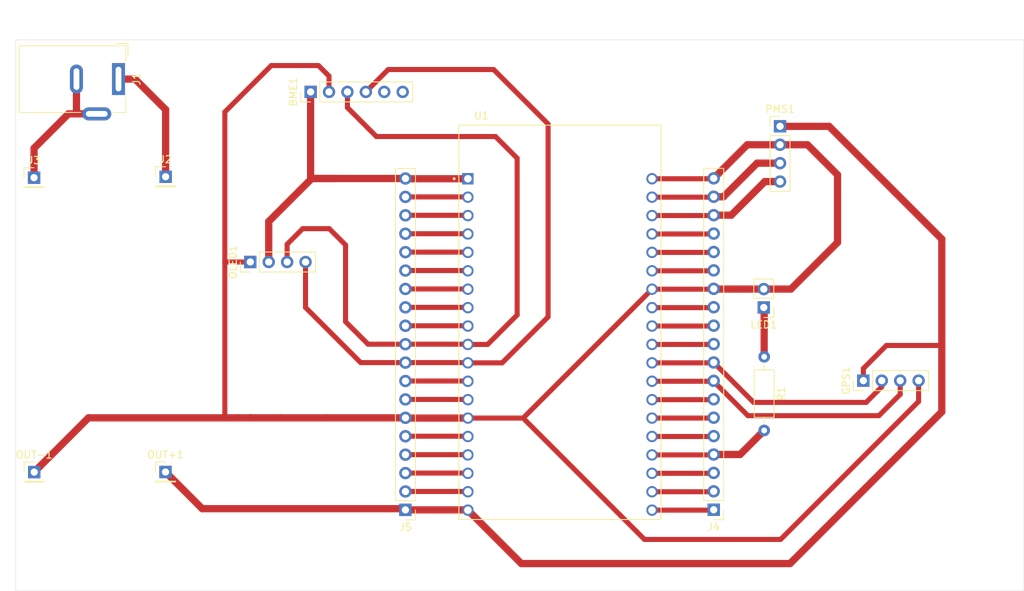
<source format=kicad_pcb>
(kicad_pcb (version 20241229) (generator "pcbnew") (generator_version "9.0")
  (layers (0 "F.Cu" signal) (2 "B.Cu" signal) (13 "F.Paste" user) (15 "B.Paste" user) (5 "F.SilkS" user "F.Silkscreen") (7 "B.SilkS" user "B.Silkscreen") (1 "F.Mask" user) (3 "B.Mask" user) (25 "Edge.Cuts" user))
  (net 0 "")
  (net 1 "SCK")
  (net 2 "SDA")
  (net 3 "PMS_TX")
  (net 4 "PMS_RX")
  (net 5 "GPS_TX")
  (net 6 "Net-(J3-Pin_1)")
  (net 7 "GPS_RX")
  (net 8 "Net-(BME1-VCC_3.3V)")
  (net 11 "Net-(GPS1-VCC_5V)")
  (net 12 "Net-(J2-Pin_1)")
  (net 13 "Net-(J4-Pin_10)")
  (net 14 "Net-(J4-Pin_2)")
  (net 15 "Net-(J4-Pin_16)")
  (net 16 "Net-(J4-Pin_3)")
  (net 17 "Net-(J4-Pin_6)")
  (net 18 "Net-(J4-Pin_12)")
  (net 19 "Net-(J4-Pin_7)")
  (net 20 "Net-(J4-Pin_1)")
  (net 21 "Net-(J4-Pin_5)")
  (net 22 "Net-(J4-Pin_4)")
  (net 23 "Net-(J4-Pin_14)")
  (net 24 "Net-(J4-Pin_15)")
  (net 25 "Net-(J4-Pin_11)")
  (net 26 "Net-(J5-Pin_5)")
  (net 27 "Net-(J5-Pin_14)")
  (net 28 "Net-(J5-Pin_2)")
  (net 29 "Net-(J5-Pin_4)")
  (net 30 "Net-(J5-Pin_17)")
  (net 31 "Net-(J5-Pin_15)")
  (net 32 "Net-(J5-Pin_16)")
  (net 33 "Net-(J5-Pin_7)")
  (net 34 "Net-(J5-Pin_18)")
  (net 35 "Net-(J5-Pin_11)")
  (net 36 "Net-(J5-Pin_8)")
  (net 37 "Net-(J5-Pin_3)")
  (net 38 "GND")
  (net 39 "Net-(LED1-Pin_1)")
  (net 40 "Net-(J5-Pin_13)")
  (net 41 "Net-(J5-Pin_12)")
  (footprint "Connector_PinHeader_2.54mm:PinHeader_1x01_P2.54mm_Vertical" (layer "F.Cu") (at 63.665 88.675)
    (property "Reference" "J3" (at 0 -2.38 0) (layer "F.SilkS"))
    (property "Value" "IN-")
    (fp_line (start -1.38 -1.38) (end 0 -1.38) (stroke (width 0.12)) (layer "F.SilkS"))
    (fp_line (start -1.38 0) (end -1.38 -1.38) (stroke (width 0.12)) (layer "F.SilkS"))
    (fp_line (start -1.38 1.27) (end -1.38 1.38) (stroke (width 0.12)) (layer "F.SilkS"))
    (fp_line (start -1.38 1.27) (end 1.38 1.27) (stroke (width 0.12)) (layer "F.SilkS"))
    (fp_line (start -1.38 1.38) (end 1.38 1.38) (stroke (width 0.12)) (layer "F.SilkS"))
    (fp_line (start 1.38 1.27) (end 1.38 1.38) (stroke (width 0.12)) (layer "F.SilkS"))
    (pad "1" thru_hole rect (at 0 0) (size 1.7 1.7) (drill 1) (layers "*.Cu" "*.Mask") (net 6 "Net-(J3-Pin_1)"))
  )
  (footprint "Connector_BarrelJack:BarrelJack_Wuerth_6941xx301002" (layer "F.Cu") (at 75.315 75.075 -90)
    (property "Reference" "J1" (at 0 -2.5 90) (layer "F.SilkS"))
    (property "Value" "Barrel_Jack_Switch_Pin3Ring")
    (fp_line (start -4.6 13.7) (end -4.6 -1) (stroke (width 0.12)) (layer "F.SilkS"))
    (fp_line (start 4.6 13.7) (end -4.6 13.7) (stroke (width 0.12)) (layer "F.SilkS"))
    (fp_line (start 4.6 5.2) (end 4.6 13.7) (stroke (width 0.12)) (layer "F.SilkS"))
    (fp_line (start -4.6 -1) (end -2.5 -1) (stroke (width 0.12)) (layer "F.SilkS"))
    (fp_line (start 2.5 -1) (end 4.6 -1) (stroke (width 0.12)) (layer "F.SilkS"))
    (fp_line (start 4.6 -1) (end 4.6 0.8) (stroke (width 0.12)) (layer "F.SilkS"))
    (fp_line (start -4.9 -1.3) (end -4.9 0.3) (stroke (width 0.12)) (layer "F.SilkS"))
    (fp_line (start -3.2 -1.3) (end -4.9 -1.3) (stroke (width 0.12)) (layer "F.SilkS"))
    (pad "1" thru_hole rect (at 0 0 270) (size 4.4 1.8) (drill oval 3.4 0.8) (layers "*.Cu" "*.Mask") (net 12 "Net-(J2-Pin_1)"))
    (pad "2" thru_hole oval (at 0 5.8 270) (size 4 1.8) (drill oval 3 0.8) (layers "*.Cu" "*.Mask") (net 6 "Net-(J3-Pin_1)"))
    (pad "3" thru_hole oval (at 4.8 3) (size 4 1.8) (drill oval 3 0.8) (layers "*.Cu" "*.Mask") (net 6 "Net-(J3-Pin_1)"))
  )
  (footprint "ESP32_38pins:MODULE_ESP32-DEVKITC-32D" (layer "F.Cu") (at 136.22 108.585)
    (property "Reference" "U1" (at -10.829175 -28.446045 0) (layer "F.SilkS") (effects (font (size 1.000386 1.000386))))
    (property "Value" "ESP32-DEVKITC-32D")
    (fp_line (start -13.95 -27.15) (end 13.95 -27.15) (stroke (width 0.127)) (layer "F.SilkS"))
    (fp_line (start -13.95 27.25) (end -13.95 -27.15) (stroke (width 0.127)) (layer "F.SilkS"))
    (fp_line (start 13.95 -27.15) (end 13.95 27.25) (stroke (width 0.127)) (layer "F.SilkS"))
    (fp_line (start 13.95 27.25) (end -13.95 27.25) (stroke (width 0.127)) (layer "F.SilkS"))
    (fp_circle (center -14.6 -19.76) (end -14.5 -19.76) (stroke (width 0.2)) (fill no) (layer "F.SilkS"))
    (pad "J2-1" thru_hole rect (at -12.7 -19.76) (size 1.56 1.56) (drill 1.04) (layers "*.Cu" "*.Mask") (net 8 "Net-(BME1-VCC_3.3V)"))
    (pad "J2-2" thru_hole circle (at -12.7 -17.22) (size 1.56 1.56) (drill 1.04) (layers "*.Cu" "*.Mask") (net 34 "Net-(J5-Pin_18)"))
    (pad "J2-3" thru_hole circle (at -12.7 -14.68) (size 1.56 1.56) (drill 1.04) (layers "*.Cu" "*.Mask") (net 30 "Net-(J5-Pin_17)"))
    (pad "J2-4" thru_hole circle (at -12.7 -12.14) (size 1.56 1.56) (drill 1.04) (layers "*.Cu" "*.Mask") (net 32 "Net-(J5-Pin_16)"))
    (pad "J2-5" thru_hole circle (at -12.7 -9.6) (size 1.56 1.56) (drill 1.04) (layers "*.Cu" "*.Mask") (net 31 "Net-(J5-Pin_15)"))
    (pad "J2-6" thru_hole circle (at -12.7 -7.06) (size 1.56 1.56) (drill 1.04) (layers "*.Cu" "*.Mask") (net 27 "Net-(J5-Pin_14)"))
    (pad "J2-7" thru_hole circle (at -12.7 -4.52) (size 1.56 1.56) (drill 1.04) (layers "*.Cu" "*.Mask") (net 40 "Net-(J5-Pin_13)"))
    (pad "J2-8" thru_hole circle (at -12.7 -1.98) (size 1.56 1.56) (drill 1.04) (layers "*.Cu" "*.Mask") (net 41 "Net-(J5-Pin_12)"))
    (pad "J2-9" thru_hole circle (at -12.7 0.56) (size 1.56 1.56) (drill 1.04) (layers "*.Cu" "*.Mask") (net 35 "Net-(J5-Pin_11)"))
    (pad "J2-10" thru_hole circle (at -12.7 3.1) (size 1.56 1.56) (drill 1.04) (layers "*.Cu" "*.Mask") (net 1 "SCK"))
    (pad "J2-11" thru_hole circle (at -12.7 5.64) (size 1.56 1.56) (drill 1.04) (layers "*.Cu" "*.Mask") (net 2 "SDA"))
    (pad "J2-12" thru_hole circle (at -12.7 8.18) (size 1.56 1.56) (drill 1.04) (layers "*.Cu" "*.Mask") (net 36 "Net-(J5-Pin_8)"))
    (pad "J2-13" thru_hole circle (at -12.7 10.72) (size 1.56 1.56) (drill 1.04) (layers "*.Cu" "*.Mask") (net 33 "Net-(J5-Pin_7)"))
    (pad "J2-14" thru_hole circle (at -12.7 13.26) (size 1.56 1.56) (drill 1.04) (layers "*.Cu" "*.Mask") (net 38 "GND"))
    (pad "J2-15" thru_hole circle (at -12.7 15.8) (size 1.56 1.56) (drill 1.04) (layers "*.Cu" "*.Mask") (net 26 "Net-(J5-Pin_5)"))
    (pad "J2-16" thru_hole circle (at -12.7 18.34) (size 1.56 1.56) (drill 1.04) (layers "*.Cu" "*.Mask") (net 29 "Net-(J5-Pin_4)"))
    (pad "J2-17" thru_hole circle (at -12.7 20.88) (size 1.56 1.56) (drill 1.04) (layers "*.Cu" "*.Mask") (net 37 "Net-(J5-Pin_3)"))
    (pad "J2-18" thru_hole circle (at -12.7 23.42) (size 1.56 1.56) (drill 1.04) (layers "*.Cu" "*.Mask") (net 28 "Net-(J5-Pin_2)"))
    (pad "J2-19" thru_hole circle (at -12.7 25.96) (size 1.56 1.56) (drill 1.04) (layers "*.Cu" "*.Mask") (net 11 "Net-(GPS1-VCC_5V)"))
    (pad "J3-1" thru_hole circle (at 12.7 -19.76) (size 1.56 1.56) (drill 1.04) (layers "*.Cu" "*.Mask") (net 38 "GND"))
    (pad "J3-2" thru_hole circle (at 12.7 -17.22) (size 1.56 1.56) (drill 1.04) (layers "*.Cu" "*.Mask") (net 4 "PMS_RX"))
    (pad "J3-3" thru_hole circle (at 12.7 -14.68) (size 1.56 1.56) (drill 1.04) (layers "*.Cu" "*.Mask") (net 3 "PMS_TX"))
    (pad "J3-4" thru_hole circle (at 12.7 -12.14) (size 1.56 1.56) (drill 1.04) (layers "*.Cu" "*.Mask") (net 15 "Net-(J4-Pin_16)"))
    (pad "J3-5" thru_hole circle (at 12.7 -9.6) (size 1.56 1.56) (drill 1.04) (layers "*.Cu" "*.Mask") (net 24 "Net-(J4-Pin_15)"))
    (pad "J3-6" thru_hole circle (at 12.7 -7.06) (size 1.56 1.56) (drill 1.04) (layers "*.Cu" "*.Mask") (net 23 "Net-(J4-Pin_14)"))
    (pad "J3-7" thru_hole circle (at 12.7 -4.52) (size 1.56 1.56) (drill 1.04) (layers "*.Cu" "*.Mask") (net 38 "GND"))
    (pad "J3-8" thru_hole circle (at 12.7 -1.98) (size 1.56 1.56) (drill 1.04) (layers "*.Cu" "*.Mask") (net 18 "Net-(J4-Pin_12)"))
    (pad "J3-9" thru_hole circle (at 12.7 0.56) (size 1.56 1.56) (drill 1.04) (layers "*.Cu" "*.Mask") (net 25 "Net-(J4-Pin_11)"))
    (pad "J3-10" thru_hole circle (at 12.7 3.1) (size 1.56 1.56) (drill 1.04) (layers "*.Cu" "*.Mask") (net 13 "Net-(J4-Pin_10)"))
    (pad "J3-11" thru_hole circle (at 12.7 5.64) (size 1.56 1.56) (drill 1.04) (layers "*.Cu" "*.Mask") (net 7 "GPS_RX"))
    (pad "J3-12" thru_hole circle (at 12.7 8.18) (size 1.56 1.56) (drill 1.04) (layers "*.Cu" "*.Mask") (net 5 "GPS_TX"))
    (pad "J3-13" thru_hole circle (at 12.7 10.72) (size 1.56 1.56) (drill 1.04) (layers "*.Cu" "*.Mask") (net 19 "Net-(J4-Pin_7)"))
    (pad "J3-14" thru_hole circle (at 12.7 13.26) (size 1.56 1.56) (drill 1.04) (layers "*.Cu" "*.Mask") (net 17 "Net-(J4-Pin_6)"))
    (pad "J3-15" thru_hole circle (at 12.7 15.8) (size 1.56 1.56) (drill 1.04) (layers "*.Cu" "*.Mask") (net 21 "Net-(J4-Pin_5)"))
    (pad "J3-16" thru_hole circle (at 12.7 18.34) (size 1.56 1.56) (drill 1.04) (layers "*.Cu" "*.Mask") (net 22 "Net-(J4-Pin_4)"))
    (pad "J3-17" thru_hole circle (at 12.7 20.88) (size 1.56 1.56) (drill 1.04) (layers "*.Cu" "*.Mask") (net 16 "Net-(J4-Pin_3)"))
    (pad "J3-18" thru_hole circle (at 12.7 23.42) (size 1.56 1.56) (drill 1.04) (layers "*.Cu" "*.Mask") (net 14 "Net-(J4-Pin_2)"))
    (pad "J3-19" thru_hole circle (at 12.7 25.96) (size 1.56 1.56) (drill 1.04) (layers "*.Cu" "*.Mask") (net 20 "Net-(J4-Pin_1)"))
  )
  (footprint "Connector_PinHeader_2.54mm:PinHeader_1x01_P2.54mm_Vertical" (layer "F.Cu") (at 63.685 129.295)
    (property "Reference" "OUT-1" (at 0 -2.38 0) (layer "F.SilkS"))
    (property "Value" "Conn_01x01")
    (fp_line (start -1.38 -1.38) (end 0 -1.38) (stroke (width 0.12)) (layer "F.SilkS"))
    (fp_line (start -1.38 0) (end -1.38 -1.38) (stroke (width 0.12)) (layer "F.SilkS"))
    (fp_line (start -1.38 1.27) (end -1.38 1.38) (stroke (width 0.12)) (layer "F.SilkS"))
    (fp_line (start -1.38 1.27) (end 1.38 1.27) (stroke (width 0.12)) (layer "F.SilkS"))
    (fp_line (start -1.38 1.38) (end 1.38 1.38) (stroke (width 0.12)) (layer "F.SilkS"))
    (fp_line (start 1.38 1.27) (end 1.38 1.38) (stroke (width 0.12)) (layer "F.SilkS"))
    (pad "1" thru_hole rect (at 0 0) (size 1.7 1.7) (drill 1) (layers "*.Cu" "*.Mask") (net 38 "GND"))
  )
  (footprint "Connector_PinHeader_2.54mm:PinHeader_1x04_P2.54mm_Vertical" (layer "F.Cu") (at 166.585 81.595)
    (property "Reference" "PMS1" (at 0 -2.38 0) (layer "F.SilkS"))
    (property "Value" "~")
    (fp_line (start -1.38 -1.38) (end 0 -1.38) (stroke (width 0.12)) (layer "F.SilkS"))
    (fp_line (start -1.38 0) (end -1.38 -1.38) (stroke (width 0.12)) (layer "F.SilkS"))
    (fp_line (start -1.38 1.27) (end -1.38 9) (stroke (width 0.12)) (layer "F.SilkS"))
    (fp_line (start -1.38 1.27) (end 1.38 1.27) (stroke (width 0.12)) (layer "F.SilkS"))
    (fp_line (start -1.38 9) (end 1.38 9) (stroke (width 0.12)) (layer "F.SilkS"))
    (fp_line (start 1.38 1.27) (end 1.38 9) (stroke (width 0.12)) (layer "F.SilkS"))
    (pad "1" thru_hole rect (at 0 0) (size 1.7 1.7) (drill 1) (layers "*.Cu" "*.Mask") (net 11 "Net-(GPS1-VCC_5V)"))
    (pad "2" thru_hole circle (at 0 2.54) (size 1.7 1.7) (drill 1) (layers "*.Cu" "*.Mask") (net 38 "GND"))
    (pad "3" thru_hole circle (at 0 5.08) (size 1.7 1.7) (drill 1) (layers "*.Cu" "*.Mask") (net 4 "PMS_RX"))
    (pad "4" thru_hole circle (at 0 7.62) (size 1.7 1.7) (drill 1) (layers "*.Cu" "*.Mask") (net 3 "PMS_TX"))
  )
  (footprint "Connector_PinHeader_2.54mm:PinHeader_1x01_P2.54mm_Vertical" (layer "F.Cu") (at 81.815 88.545)
    (property "Reference" "J2" (at 0 -2.38 0) (layer "F.SilkS"))
    (property "Value" "IN+")
    (fp_line (start -1.38 -1.38) (end 0 -1.38) (stroke (width 0.12)) (layer "F.SilkS"))
    (fp_line (start -1.38 0) (end -1.38 -1.38) (stroke (width 0.12)) (layer "F.SilkS"))
    (fp_line (start -1.38 1.27) (end -1.38 1.38) (stroke (width 0.12)) (layer "F.SilkS"))
    (fp_line (start -1.38 1.27) (end 1.38 1.27) (stroke (width 0.12)) (layer "F.SilkS"))
    (fp_line (start -1.38 1.38) (end 1.38 1.38) (stroke (width 0.12)) (layer "F.SilkS"))
    (fp_line (start 1.38 1.27) (end 1.38 1.38) (stroke (width 0.12)) (layer "F.SilkS"))
    (pad "1" thru_hole rect (at 0 0) (size 1.7 1.7) (drill 1) (layers "*.Cu" "*.Mask") (net 12 "Net-(J2-Pin_1)"))
  )
  (footprint "Connector_PinHeader_2.54mm:PinHeader_1x04_P2.54mm_Vertical" (layer "F.Cu") (at 178.08 116.675 90)
    (property "Reference" "GPS1" (at 0 -2.38 90) (layer "F.SilkS"))
    (property "Value" "~")
    (fp_line (start -1.38 -1.38) (end 0 -1.38) (stroke (width 0.12)) (layer "F.SilkS"))
    (fp_line (start -1.38 0) (end -1.38 -1.38) (stroke (width 0.12)) (layer "F.SilkS"))
    (fp_line (start 1.38 1.27) (end 1.38 9) (stroke (width 0.12)) (layer "F.SilkS"))
    (fp_line (start -1.38 1.27) (end 1.38 1.27) (stroke (width 0.12)) (layer "F.SilkS"))
    (fp_line (start -1.38 1.27) (end -1.38 9) (stroke (width 0.12)) (layer "F.SilkS"))
    (fp_line (start -1.38 9) (end 1.38 9) (stroke (width 0.12)) (layer "F.SilkS"))
    (pad "1" thru_hole rect (at 0 0 90) (size 1.7 1.7) (drill 1) (layers "*.Cu" "*.Mask") (net 11 "Net-(GPS1-VCC_5V)"))
    (pad "2" thru_hole circle (at 0 2.54 90) (size 1.7 1.7) (drill 1) (layers "*.Cu" "*.Mask") (net 7 "GPS_RX"))
    (pad "3" thru_hole circle (at 0 5.08 90) (size 1.7 1.7) (drill 1) (layers "*.Cu" "*.Mask") (net 5 "GPS_TX"))
    (pad "4" thru_hole circle (at 0 7.62 90) (size 1.7 1.7) (drill 1) (layers "*.Cu" "*.Mask") (net 38 "GND"))
  )
  (footprint "Connector_PinHeader_2.54mm:PinHeader_1x19_P2.54mm_Vertical" (layer "F.Cu") (at 157.43 134.49 180)
    (property "Reference" "J4" (at 0 -2.38 0) (layer "F.SilkS"))
    (property "Value" "Conn_01x19")
    (fp_line (start 1.38 1.27) (end 1.38 47.1) (stroke (width 0.12)) (layer "F.SilkS"))
    (fp_line (start -1.38 47.1) (end 1.38 47.1) (stroke (width 0.12)) (layer "F.SilkS"))
    (fp_line (start -1.38 1.27) (end 1.38 1.27) (stroke (width 0.12)) (layer "F.SilkS"))
    (fp_line (start -1.38 1.27) (end -1.38 47.1) (stroke (width 0.12)) (layer "F.SilkS"))
    (fp_line (start -1.38 0) (end -1.38 -1.38) (stroke (width 0.12)) (layer "F.SilkS"))
    (fp_line (start -1.38 -1.38) (end 0 -1.38) (stroke (width 0.12)) (layer "F.SilkS"))
    (pad "1" thru_hole rect (at 0 0 180) (size 1.7 1.7) (drill 1) (layers "*.Cu" "*.Mask") (net 20 "Net-(J4-Pin_1)"))
    (pad "2" thru_hole circle (at 0 2.54 180) (size 1.7 1.7) (drill 1) (layers "*.Cu" "*.Mask") (net 14 "Net-(J4-Pin_2)"))
    (pad "3" thru_hole circle (at 0 5.08 180) (size 1.7 1.7) (drill 1) (layers "*.Cu" "*.Mask") (net 16 "Net-(J4-Pin_3)"))
    (pad "4" thru_hole circle (at 0 7.62 180) (size 1.7 1.7) (drill 1) (layers "*.Cu" "*.Mask") (net 22 "Net-(J4-Pin_4)"))
    (pad "5" thru_hole circle (at 0 10.16 180) (size 1.7 1.7) (drill 1) (layers "*.Cu" "*.Mask") (net 21 "Net-(J4-Pin_5)"))
    (pad "6" thru_hole circle (at 0 12.7 180) (size 1.7 1.7) (drill 1) (layers "*.Cu" "*.Mask") (net 17 "Net-(J4-Pin_6)"))
    (pad "7" thru_hole circle (at 0 15.24 180) (size 1.7 1.7) (drill 1) (layers "*.Cu" "*.Mask") (net 19 "Net-(J4-Pin_7)"))
    (pad "8" thru_hole circle (at 0 17.78 180) (size 1.7 1.7) (drill 1) (layers "*.Cu" "*.Mask") (net 5 "GPS_TX"))
    (pad "9" thru_hole circle (at 0 20.32 180) (size 1.7 1.7) (drill 1) (layers "*.Cu" "*.Mask") (net 7 "GPS_RX"))
    (pad "10" thru_hole circle (at 0 22.86 180) (size 1.7 1.7) (drill 1) (layers "*.Cu" "*.Mask") (net 13 "Net-(J4-Pin_10)"))
    (pad "11" thru_hole circle (at 0 25.4 180) (size 1.7 1.7) (drill 1) (layers "*.Cu" "*.Mask") (net 25 "Net-(J4-Pin_11)"))
    (pad "12" thru_hole circle (at 0 27.94 180) (size 1.7 1.7) (drill 1) (layers "*.Cu" "*.Mask") (net 18 "Net-(J4-Pin_12)"))
    (pad "13" thru_hole circle (at 0 30.48 180) (size 1.7 1.7) (drill 1) (layers "*.Cu" "*.Mask") (net 38 "GND"))
    (pad "14" thru_hole circle (at 0 33.02 180) (size 1.7 1.7) (drill 1) (layers "*.Cu" "*.Mask") (net 23 "Net-(J4-Pin_14)"))
    (pad "15" thru_hole circle (at 0 35.56 180) (size 1.7 1.7) (drill 1) (layers "*.Cu" "*.Mask") (net 24 "Net-(J4-Pin_15)"))
    (pad "16" thru_hole circle (at 0 38.1 180) (size 1.7 1.7) (drill 1) (layers "*.Cu" "*.Mask") (net 15 "Net-(J4-Pin_16)"))
    (pad "17" thru_hole circle (at 0 40.64 180) (size 1.7 1.7) (drill 1) (layers "*.Cu" "*.Mask") (net 3 "PMS_TX"))
    (pad "18" thru_hole circle (at 0 43.18 180) (size 1.7 1.7) (drill 1) (layers "*.Cu" "*.Mask") (net 4 "PMS_RX"))
    (pad "19" thru_hole circle (at 0 45.72 180) (size 1.7 1.7) (drill 1) (layers "*.Cu" "*.Mask") (net 38 "GND"))
  )
  (footprint "Connector_PinHeader_2.54mm:PinHeader_1x19_P2.54mm_Vertical" (layer "F.Cu") (at 114.9 134.51 180)
    (property "Reference" "J5" (at 0 -2.38 0) (layer "F.SilkS"))
    (property "Value" "Conn_01x19")
    (fp_line (start 1.38 1.27) (end 1.38 47.1) (stroke (width 0.12)) (layer "F.SilkS"))
    (fp_line (start -1.38 47.1) (end 1.38 47.1) (stroke (width 0.12)) (layer "F.SilkS"))
    (fp_line (start -1.38 1.27) (end 1.38 1.27) (stroke (width 0.12)) (layer "F.SilkS"))
    (fp_line (start -1.38 1.27) (end -1.38 47.1) (stroke (width 0.12)) (layer "F.SilkS"))
    (fp_line (start -1.38 0) (end -1.38 -1.38) (stroke (width 0.12)) (layer "F.SilkS"))
    (fp_line (start -1.38 -1.38) (end 0 -1.38) (stroke (width 0.12)) (layer "F.SilkS"))
    (pad "1" thru_hole rect (at 0 0 180) (size 1.7 1.7) (drill 1) (layers "*.Cu" "*.Mask") (net 11 "Net-(GPS1-VCC_5V)"))
    (pad "2" thru_hole circle (at 0 2.54 180) (size 1.7 1.7) (drill 1) (layers "*.Cu" "*.Mask") (net 28 "Net-(J5-Pin_2)"))
    (pad "3" thru_hole circle (at 0 5.08 180) (size 1.7 1.7) (drill 1) (layers "*.Cu" "*.Mask") (net 37 "Net-(J5-Pin_3)"))
    (pad "4" thru_hole circle (at 0 7.62 180) (size 1.7 1.7) (drill 1) (layers "*.Cu" "*.Mask") (net 29 "Net-(J5-Pin_4)"))
    (pad "5" thru_hole circle (at 0 10.16 180) (size 1.7 1.7) (drill 1) (layers "*.Cu" "*.Mask") (net 26 "Net-(J5-Pin_5)"))
    (pad "6" thru_hole circle (at 0 12.7 180) (size 1.7 1.7) (drill 1) (layers "*.Cu" "*.Mask") (net 38 "GND"))
    (pad "7" thru_hole circle (at 0 15.24 180) (size 1.7 1.7) (drill 1) (layers "*.Cu" "*.Mask") (net 33 "Net-(J5-Pin_7)"))
    (pad "8" thru_hole circle (at 0 17.78 180) (size 1.7 1.7) (drill 1) (layers "*.Cu" "*.Mask") (net 36 "Net-(J5-Pin_8)"))
    (pad "9" thru_hole circle (at 0 20.32 180) (size 1.7 1.7) (drill 1) (layers "*.Cu" "*.Mask") (net 2 "SDA"))
    (pad "10" thru_hole circle (at 0 22.86 180) (size 1.7 1.7) (drill 1) (layers "*.Cu" "*.Mask") (net 1 "SCK"))
    (pad "11" thru_hole circle (at 0 25.4 180) (size 1.7 1.7) (drill 1) (layers "*.Cu" "*.Mask") (net 35 "Net-(J5-Pin_11)"))
    (pad "12" thru_hole circle (at 0 27.94 180) (size 1.7 1.7) (drill 1) (layers "*.Cu" "*.Mask") (net 41 "Net-(J5-Pin_12)"))
    (pad "13" thru_hole circle (at 0 30.48 180) (size 1.7 1.7) (drill 1) (layers "*.Cu" "*.Mask") (net 40 "Net-(J5-Pin_13)"))
    (pad "14" thru_hole circle (at 0 33.02 180) (size 1.7 1.7) (drill 1) (layers "*.Cu" "*.Mask") (net 27 "Net-(J5-Pin_14)"))
    (pad "15" thru_hole circle (at 0 35.56 180) (size 1.7 1.7) (drill 1) (layers "*.Cu" "*.Mask") (net 31 "Net-(J5-Pin_15)"))
    (pad "16" thru_hole circle (at 0 38.1 180) (size 1.7 1.7) (drill 1) (layers "*.Cu" "*.Mask") (net 32 "Net-(J5-Pin_16)"))
    (pad "17" thru_hole circle (at 0 40.64 180) (size 1.7 1.7) (drill 1) (layers "*.Cu" "*.Mask") (net 30 "Net-(J5-Pin_17)"))
    (pad "18" thru_hole circle (at 0 43.18 180) (size 1.7 1.7) (drill 1) (layers "*.Cu" "*.Mask") (net 34 "Net-(J5-Pin_18)"))
    (pad "19" thru_hole circle (at 0 45.72 180) (size 1.7 1.7) (drill 1) (layers "*.Cu" "*.Mask") (net 8 "Net-(BME1-VCC_3.3V)"))
  )
  (footprint "Connector_PinHeader_2.54mm:PinHeader_1x01_P2.54mm_Vertical" (layer "F.Cu") (at 81.8 129.28)
    (property "Reference" "OUT+1" (at 0 -2.38 0) (layer "F.SilkS"))
    (property "Value" "Conn_01x01" (hide yes))
    (fp_line (start -1.38 -1.38) (end 0 -1.38) (stroke (width 0.12)) (layer "F.SilkS"))
    (fp_line (start -1.38 0) (end -1.38 -1.38) (stroke (width 0.12)) (layer "F.SilkS"))
    (fp_line (start -1.38 1.27) (end -1.38 1.38) (stroke (width 0.12)) (layer "F.SilkS"))
    (fp_line (start -1.38 1.27) (end 1.38 1.27) (stroke (width 0.12)) (layer "F.SilkS"))
    (fp_line (start -1.38 1.38) (end 1.38 1.38) (stroke (width 0.12)) (layer "F.SilkS"))
    (fp_line (start 1.38 1.27) (end 1.38 1.38) (stroke (width 0.12)) (layer "F.SilkS"))
    (pad "1" thru_hole rect (at 0 0) (size 1.7 1.7) (drill 1) (layers "*.Cu" "*.Mask") (net 11 "Net-(GPS1-VCC_5V)"))
  )
  (footprint "Connector_PinHeader_2.54mm:PinHeader_1x06_P2.54mm_Vertical" (layer "F.Cu") (at 101.82 76.845 90)
    (property "Reference" "BME1" (at 0 -2.38 90) (layer "F.SilkS"))
    (property "Value" "~")
    (fp_line (start -1.38 -1.38) (end 0 -1.38) (stroke (width 0.12)) (layer "F.SilkS"))
    (fp_line (start -1.38 0) (end -1.38 -1.38) (stroke (width 0.12)) (layer "F.SilkS"))
    (fp_line (start 1.38 1.27) (end 1.38 14.08) (stroke (width 0.12)) (layer "F.SilkS"))
    (fp_line (start -1.38 1.27) (end 1.38 1.27) (stroke (width 0.12)) (layer "F.SilkS"))
    (fp_line (start -1.38 1.27) (end -1.38 14.08) (stroke (width 0.12)) (layer "F.SilkS"))
    (fp_line (start -1.38 14.08) (end 1.38 14.08) (stroke (width 0.12)) (layer "F.SilkS"))
    (pad "1" thru_hole rect (at 0 0 90) (size 1.7 1.7) (drill 1) (layers "*.Cu" "*.Mask") (net 8 "Net-(BME1-VCC_3.3V)"))
    (pad "2" thru_hole circle (at 0 2.54 90) (size 1.7 1.7) (drill 1) (layers "*.Cu" "*.Mask") (net 38 "GND"))
    (pad "3" thru_hole circle (at 0 5.08 90) (size 1.7 1.7) (drill 1) (layers "*.Cu" "*.Mask") (net 1 "SCK"))
    (pad "4" thru_hole circle (at 0 7.62 90) (size 1.7 1.7) (drill 1) (layers "*.Cu" "*.Mask") (net 2 "SDA"))
    (pad "5" thru_hole circle (at 0 10.16 90) (size 1.7 1.7) (drill 1) (layers "*.Cu" "*.Mask"))
    (pad "6" thru_hole circle (at 0 12.7 90) (size 1.7 1.7) (drill 1) (layers "*.Cu" "*.Mask"))
  )
  (footprint "Resistor_THT:R_Axial_DIN0207_L6.3mm_D2.5mm_P10.16mm_Horizontal" (layer "F.Cu") (at 164.395 113.39 -90)
    (property "Reference" "R1" (at 5.08 -2.37 90) (layer "F.SilkS"))
    (property "Value" "R")
    (fp_line (start 1.81 1.37) (end 8.35 1.37) (stroke (width 0.12)) (layer "F.SilkS"))
    (fp_line (start 8.35 1.37) (end 8.35 -1.37) (stroke (width 0.12)) (layer "F.SilkS"))
    (fp_line (start 1.04 0) (end 1.81 0) (stroke (width 0.12)) (layer "F.SilkS"))
    (fp_line (start 9.12 0) (end 8.35 0) (stroke (width 0.12)) (layer "F.SilkS"))
    (fp_line (start 1.81 -1.37) (end 1.81 1.37) (stroke (width 0.12)) (layer "F.SilkS"))
    (fp_line (start 8.35 -1.37) (end 1.81 -1.37) (stroke (width 0.12)) (layer "F.SilkS"))
    (pad "1" thru_hole circle (at 0 0 270) (size 1.6 1.6) (drill 0.8) (layers "*.Cu" "*.Mask") (net 39 "Net-(LED1-Pin_1)"))
    (pad "2" thru_hole oval (at 10.16 0 270) (size 1.6 1.6) (drill 0.8) (layers "*.Cu" "*.Mask") (net 22 "Net-(J4-Pin_4)"))
  )
  (footprint "Connector_PinHeader_2.54mm:PinHeader_1x02_P2.54mm_Vertical" (layer "F.Cu") (at 164.34 106.585 180)
    (property "Reference" "LED1" (at 0 -2.38 0) (layer "F.SilkS"))
    (property "Value" "Conn_01x02")
    (fp_line (start 1.38 1.27) (end 1.38 3.92) (stroke (width 0.12)) (layer "F.SilkS"))
    (fp_line (start -1.38 3.92) (end 1.38 3.92) (stroke (width 0.12)) (layer "F.SilkS"))
    (fp_line (start -1.38 1.27) (end 1.38 1.27) (stroke (width 0.12)) (layer "F.SilkS"))
    (fp_line (start -1.38 1.27) (end -1.38 3.92) (stroke (width 0.12)) (layer "F.SilkS"))
    (fp_line (start -1.38 0) (end -1.38 -1.38) (stroke (width 0.12)) (layer "F.SilkS"))
    (fp_line (start -1.38 -1.38) (end 0 -1.38) (stroke (width 0.12)) (layer "F.SilkS"))
    (pad "1" thru_hole rect (at 0 0 180) (size 1.7 1.7) (drill 1) (layers "*.Cu" "*.Mask") (net 39 "Net-(LED1-Pin_1)"))
    (pad "2" thru_hole circle (at 0 2.54 180) (size 1.7 1.7) (drill 1) (layers "*.Cu" "*.Mask") (net 38 "GND"))
  )
  (footprint "Connector_PinHeader_2.54mm:PinHeader_1x04_P2.54mm_Vertical" (layer "F.Cu") (at 93.5 100.31 90)
    (property "Reference" "OLED1" (at 0 -2.38 90) (layer "F.SilkS"))
    (property "Value" "~")
    (fp_line (start -1.38 -1.38) (end 0 -1.38) (stroke (width 0.12)) (layer "F.SilkS"))
    (fp_line (start -1.38 0) (end -1.38 -1.38) (stroke (width 0.12)) (layer "F.SilkS"))
    (fp_line (start 1.38 1.27) (end 1.38 9) (stroke (width 0.12)) (layer "F.SilkS"))
    (fp_line (start -1.38 1.27) (end 1.38 1.27) (stroke (width 0.12)) (layer "F.SilkS"))
    (fp_line (start -1.38 1.27) (end -1.38 9) (stroke (width 0.12)) (layer "F.SilkS"))
    (fp_line (start -1.38 9) (end 1.38 9) (stroke (width 0.12)) (layer "F.SilkS"))
    (pad "1" thru_hole rect (at 0 0 90) (size 1.7 1.7) (drill 1) (layers "*.Cu" "*.Mask") (net 38 "GND"))
    (pad "2" thru_hole circle (at 0 2.54 90) (size 1.7 1.7) (drill 1) (layers "*.Cu" "*.Mask") (net 8 "Net-(BME1-VCC_3.3V)"))
    (pad "3" thru_hole circle (at 0 5.08 90) (size 1.7 1.7) (drill 1) (layers "*.Cu" "*.Mask") (net 1 "SCK"))
    (pad "4" thru_hole circle (at 0 7.62 90) (size 1.7 1.7) (drill 1) (layers "*.Cu" "*.Mask") (net 2 "SDA"))
  )
  (gr_rect (start 61.145 69.67) (end 200.235 145.685) (stroke (width 0.05)) (fill no) (layer "Edge.Cuts"))
  (segment (start 98.58 97.86) (end 100.73 95.71) (width 0.7) (layer "F.Cu") (net 1))
  (segment (start 104.39 95.71) (end 106.64 97.96) (width 0.7) (layer "F.Cu") (net 1))
  (segment (start 109.745 111.65) (end 114.9 111.65) (width 0.7) (layer "F.Cu") (net 1))
  (segment (start 123.485 111.65) (end 123.52 111.685) (width 0.7) (layer "F.Cu") (net 1))
  (segment (start 130.315 85.99) (end 127.325 83) (width 0.7) (layer "F.Cu") (net 1))
  (segment (start 127.325 83) (end 110.895 83) (width 0.7) (layer "F.Cu") (net 1))
  (segment (start 106.9 79.005) (end 106.9 76.845) (width 0.7) (layer "F.Cu") (net 1))
  (segment (start 123.52 111.685) (end 126.245 111.685) (width 0.7) (layer "F.Cu") (net 1))
  (segment (start 98.58 100.31) (end 98.58 97.86) (width 0.7) (layer "F.Cu") (net 1))
  (segment (start 126.245 111.685) (end 130.315 107.615) (width 0.7) (layer "F.Cu") (net 1))
  (segment (start 106.64 108.545) (end 109.745 111.65) (width 0.7) (layer "F.Cu") (net 1))
  (segment (start 130.315 107.615) (end 130.315 85.99) (width 0.7) (layer "F.Cu") (net 1))
  (segment (start 114.9 111.65) (end 123.485 111.65) (width 0.7) (layer "F.Cu") (net 1))
  (segment (start 106.64 97.96) (end 106.64 108.545) (width 0.7) (layer "F.Cu") (net 1))
  (segment (start 110.895 83) (end 106.9 79.005) (width 0.7) (layer "F.Cu") (net 1))
  (segment (start 100.73 95.71) (end 104.39 95.71) (width 0.7) (layer "F.Cu") (net 1))
  (segment (start 114.9 114.19) (end 123.485 114.19) (width 0.7) (layer "F.Cu") (net 2))
  (segment (start 101.12 100.31) (end 101.12 106.585) (width 0.7) (layer "F.Cu") (net 2))
  (segment (start 134.585 107.885) (end 128.245 114.225) (width 0.7) (layer "F.Cu") (net 2))
  (segment (start 134.585 81.275) (end 134.585 107.885) (width 0.7) (layer "F.Cu") (net 2))
  (segment (start 123.485 114.19) (end 123.52 114.225) (width 0.7) (layer "F.Cu") (net 2))
  (segment (start 101.12 106.585) (end 108.725 114.19) (width 0.7) (layer "F.Cu") (net 2))
  (segment (start 109.44 76.845) (end 112.53 73.755) (width 0.7) (layer "F.Cu") (net 2))
  (segment (start 108.725 114.19) (end 114.9 114.19) (width 0.7) (layer "F.Cu") (net 2))
  (segment (start 112.53 73.755) (end 127.065 73.755) (width 0.7) (layer "F.Cu") (net 2))
  (segment (start 127.065 73.755) (end 134.585 81.275) (width 0.7) (layer "F.Cu") (net 2))
  (segment (start 128.245 114.225) (end 123.52 114.225) (width 0.7) (layer "F.Cu") (net 2))
  (segment (start 166.585 89.215) (end 164.49 89.215) (width 1) (layer "F.Cu") (net 3))
  (segment (start 159.855 93.85) (end 157.43 93.85) (width 1) (layer "F.Cu") (net 3))
  (segment (start 148.92 93.905) (end 157.375 93.905) (width 0.7) (layer "F.Cu") (net 3))
  (segment (start 164.49 89.215) (end 159.855 93.85) (width 1) (layer "F.Cu") (net 3))
  (segment (start 157.375 93.905) (end 157.43 93.85) (width 0.7) (layer "F.Cu") (net 3))
  (segment (start 163.415 86.675) (end 158.78 91.31) (width 1) (layer "F.Cu") (net 4))
  (segment (start 158.78 91.31) (end 157.43 91.31) (width 1) (layer "F.Cu") (net 4))
  (segment (start 166.585 86.675) (end 163.415 86.675) (width 1) (layer "F.Cu") (net 4))
  (segment (start 148.92 91.365) (end 157.375 91.365) (width 0.7) (layer "F.Cu") (net 4))
  (segment (start 157.375 91.365) (end 157.43 91.31) (width 0.7) (layer "F.Cu") (net 4))
  (segment (start 183.16 118.575) (end 180.225 121.51) (width 0.7) (layer "F.Cu") (net 5))
  (segment (start 148.92 116.765) (end 157.375 116.765) (width 0.7) (layer "F.Cu") (net 5))
  (segment (start 183.16 116.675) (end 183.16 118.575) (width 0.7) (layer "F.Cu") (net 5))
  (segment (start 157.43 116.79) (end 157.43 116.71) (width 0.7) (layer "F.Cu") (net 5))
  (segment (start 162.15 121.51) (end 157.43 116.79) (width 0.7) (layer "F.Cu") (net 5))
  (segment (start 157.375 116.765) (end 157.43 116.71) (width 0.7) (layer "F.Cu") (net 5))
  (segment (start 180.225 121.51) (end 162.15 121.51) (width 0.7) (layer "F.Cu") (net 5))
  (segment (start 68.405 79.875) (end 63.665 84.615) (width 1) (layer "F.Cu") (net 6))
  (segment (start 63.665 84.615) (end 63.665 88.675) (width 1) (layer "F.Cu") (net 6))
  (segment (start 72.315 79.875) (end 68.405 79.875) (width 1) (layer "F.Cu") (net 6))
  (segment (start 69.515 79.875) (end 72.315 79.875) (width 1) (layer "F.Cu") (net 6))
  (segment (start 69.515 75.075) (end 69.515 79.875) (width 1) (layer "F.Cu") (net 6))
  (segment (start 157.375 114.225) (end 157.43 114.17) (width 0.7) (layer "F.Cu") (net 7))
  (segment (start 180.62 116.675) (end 180.62 117.525) (width 0.7) (layer "F.Cu") (net 7))
  (segment (start 178.465 119.68) (end 162.94 119.68) (width 0.7) (layer "F.Cu") (net 7))
  (segment (start 162.94 119.68) (end 157.43 114.17) (width 0.7) (layer "F.Cu") (net 7))
  (segment (start 148.92 114.225) (end 157.375 114.225) (width 0.7) (layer "F.Cu") (net 7))
  (segment (start 180.62 117.525) (end 178.465 119.68) (width 0.7) (layer "F.Cu") (net 7))
  (segment (start 123.52 88.825) (end 114.935 88.825) (width 1) (layer "F.Cu") (net 8))
  (segment (start 101.9 88.79) (end 105.34 88.79) (width 1) (layer "F.Cu") (net 8))
  (segment (start 101.975 88.79) (end 96.04 94.725) (width 1) (layer "F.Cu") (net 8))
  (segment (start 105.34 88.79) (end 114.9 88.79) (width 1) (layer "F.Cu") (net 8))
  (segment (start 114.935 88.825) (end 114.9 88.79) (width 1) (layer "F.Cu") (net 8))
  (segment (start 96.04 94.725) (end 96.04 100.31) (width 1) (layer "F.Cu") (net 8))
  (segment (start 105.34 88.79) (end 101.975 88.79) (width 1) (layer "F.Cu") (net 8))
  (segment (start 114.9 88.79) (end 114.9 88.61) (width 0.2) (layer "F.Cu") (net 8))
  (segment (start 101.82 88.71) (end 101.9 88.79) (width 1) (layer "F.Cu") (net 8))
  (segment (start 101.82 76.845) (end 101.82 88.71) (width 1) (layer "F.Cu") (net 8))
  (segment (start 123.485 134.51) (end 123.52 134.545) (width 1) (layer "F.Cu") (net 11))
  (segment (start 173.35 81.595) (end 166.585 81.595) (width 1) (layer "F.Cu") (net 11))
  (segment (start 114.735 134.345) (end 114.9 134.51) (width 1) (layer "F.Cu") (net 11))
  (segment (start 188.9 120.98) (end 188.9 111.825) (width 1) (layer "F.Cu") (net 11))
  (segment (start 188.9 111.825) (end 188.9 97.145) (width 1) (layer "F.Cu") (net 11))
  (segment (start 86.865 134.345) (end 114.735 134.345) (width 1) (layer "F.Cu") (net 11))
  (segment (start 181.26 111.825) (end 188.9 111.825) (width 0.7) (layer "F.Cu") (net 11))
  (segment (start 114.9 134.51) (end 123.485 134.51) (width 1) (layer "F.Cu") (net 11))
  (segment (start 178.08 116.675) (end 178.08 115.005) (width 0.7) (layer "F.Cu") (net 11))
  (segment (start 178.08 115.005) (end 181.26 111.825) (width 0.7) (layer "F.Cu") (net 11))
  (segment (start 188.9 97.145) (end 173.35 81.595) (width 1) (layer "F.Cu") (net 11))
  (segment (start 130.89 141.915) (end 167.965 141.915) (width 1) (layer "F.Cu") (net 11))
  (segment (start 167.965 141.915) (end 188.9 120.98) (width 1) (layer "F.Cu") (net 11))
  (segment (start 123.52 134.545) (end 130.89 141.915) (width 1) (layer "F.Cu") (net 11))
  (segment (start 81.8 129.28) (end 86.865 134.345) (width 1) (layer "F.Cu") (net 11))
  (segment (start 75.315 75.075) (end 77.61 75.075) (width 1) (layer "F.Cu") (net 12))
  (segment (start 81.815 79.28) (end 81.815 88.545) (width 1) (layer "F.Cu") (net 12))
  (segment (start 77.61 75.075) (end 81.815 79.28) (width 1) (layer "F.Cu") (net 12))
  (segment (start 157.375 111.685) (end 157.43 111.63) (width 0.7) (layer "F.Cu") (net 13))
  (segment (start 148.92 111.685) (end 157.375 111.685) (width 0.7) (layer "F.Cu") (net 13))
  (segment (start 157.375 132.005) (end 157.43 131.95) (width 0.7) (layer "F.Cu") (net 14))
  (segment (start 148.92 132.005) (end 157.375 132.005) (width 0.7) (layer "F.Cu") (net 14))
  (segment (start 157.375 96.445) (end 157.43 96.39) (width 0.7) (layer "F.Cu") (net 15))
  (segment (start 148.92 96.445) (end 157.375 96.445) (width 0.7) (layer "F.Cu") (net 15))
  (segment (start 148.92 129.465) (end 157.375 129.465) (width 0.7) (layer "F.Cu") (net 16))
  (segment (start 157.375 129.465) (end 157.43 129.41) (width 0.7) (layer "F.Cu") (net 16))
  (segment (start 148.92 121.845) (end 157.375 121.845) (width 0.7) (layer "F.Cu") (net 17))
  (segment (start 157.375 121.845) (end 157.43 121.79) (width 0.7) (layer "F.Cu") (net 17))
  (segment (start 148.92 106.605) (end 157.375 106.605) (width 0.7) (layer "F.Cu") (net 18))
  (segment (start 157.375 106.605) (end 157.43 106.55) (width 0.7) (layer "F.Cu") (net 18))
  (segment (start 148.92 119.305) (end 157.375 119.305) (width 0.7) (layer "F.Cu") (net 19))
  (segment (start 157.375 119.305) (end 157.43 119.25) (width 0.7) (layer "F.Cu") (net 19))
  (segment (start 157.375 134.545) (end 157.43 134.49) (width 0.7) (layer "F.Cu") (net 20))
  (segment (start 148.92 134.545) (end 157.375 134.545) (width 0.7) (layer "F.Cu") (net 20))
  (segment (start 148.92 124.385) (end 157.375 124.385) (width 0.7) (layer "F.Cu") (net 21))
  (segment (start 157.375 124.385) (end 157.43 124.33) (width 0.7) (layer "F.Cu") (net 21))
  (segment (start 157.375 126.925) (end 157.43 126.87) (width 0.7) (layer "F.Cu") (net 22))
  (segment (start 157.43 126.87) (end 161.075 126.87) (width 1) (layer "F.Cu") (net 22))
  (segment (start 148.92 126.925) (end 157.375 126.925) (width 0.7) (layer "F.Cu") (net 22))
  (segment (start 161.075 126.87) (end 164.395 123.55) (width 1) (layer "F.Cu") (net 22))
  (segment (start 157.375 101.525) (end 157.43 101.47) (width 0.7) (layer "F.Cu") (net 23))
  (segment (start 148.92 101.525) (end 157.375 101.525) (width 0.7) (layer "F.Cu") (net 23))
  (segment (start 157.375 98.985) (end 157.43 98.93) (width 0.7) (layer "F.Cu") (net 24))
  (segment (start 148.92 98.985) (end 157.375 98.985) (width 0.7) (layer "F.Cu") (net 24))
  (segment (start 148.92 109.145) (end 157.375 109.145) (width 0.7) (layer "F.Cu") (net 25))
  (segment (start 157.375 109.145) (end 157.43 109.09) (width 0.7) (layer "F.Cu") (net 25))
  (segment (start 123.485 124.35) (end 123.52 124.385) (width 0.7) (layer "F.Cu") (net 26))
  (segment (start 114.9 124.35) (end 123.485 124.35) (width 0.7) (layer "F.Cu") (net 26))
  (segment (start 123.485 101.49) (end 123.52 101.525) (width 0.7) (layer "F.Cu") (net 27))
  (segment (start 114.9 101.49) (end 123.485 101.49) (width 0.7) (layer "F.Cu") (net 27))
  (segment (start 123.485 131.97) (end 123.52 132.005) (width 0.7) (layer "F.Cu") (net 28))
  (segment (start 114.9 131.97) (end 123.485 131.97) (width 0.7) (layer "F.Cu") (net 28))
  (segment (start 114.9 126.89) (end 123.485 126.89) (width 0.7) (layer "F.Cu") (net 29))
  (segment (start 123.485 126.89) (end 123.52 126.925) (width 0.7) (layer "F.Cu") (net 29))
  (segment (start 114.9 93.87) (end 123.485 93.87) (width 0.7) (layer "F.Cu") (net 30))
  (segment (start 123.485 93.87) (end 123.52 93.905) (width 0.7) (layer "F.Cu") (net 30))
  (segment (start 114.9 98.95) (end 123.485 98.95) (width 0.7) (layer "F.Cu") (net 31))
  (segment (start 123.485 98.95) (end 123.52 98.985) (width 0.7) (layer "F.Cu") (net 31))
  (segment (start 114.9 96.41) (end 123.485 96.41) (width 0.7) (layer "F.Cu") (net 32))
  (segment (start 123.485 96.41) (end 123.52 96.445) (width 0.7) (layer "F.Cu") (net 32))
  (segment (start 123.485 119.27) (end 123.52 119.305) (width 0.7) (layer "F.Cu") (net 33))
  (segment (start 114.9 119.27) (end 123.485 119.27) (width 0.7) (layer "F.Cu") (net 33))
  (segment (start 114.9 91.33) (end 123.485 91.33) (width 0.7) (layer "F.Cu") (net 34))
  (segment (start 123.485 91.33) (end 123.52 91.365) (width 0.7) (layer "F.Cu") (net 34))
  (segment (start 123.485 109.11) (end 123.52 109.145) (width 0.7) (layer "F.Cu") (net 35))
  (segment (start 114.9 109.11) (end 123.485 109.11) (width 0.7) (layer "F.Cu") (net 35))
  (segment (start 114.9 116.73) (end 123.485 116.73) (width 0.7) (layer "F.Cu") (net 36))
  (segment (start 123.485 116.73) (end 123.52 116.765) (width 0.7) (layer "F.Cu") (net 36))
  (segment (start 123.485 129.43) (end 123.52 129.465) (width 0.7) (layer "F.Cu") (net 37))
  (segment (start 114.9 129.43) (end 123.485 129.43) (width 0.7) (layer "F.Cu") (net 37))
  (segment (start 89.985 121.765) (end 89.94 121.81) (width 0.7) (layer "F.Cu") (net 38))
  (segment (start 90.025 100.31) (end 89.985 100.35) (width 0.7) (layer "F.Cu") (net 38))
  (segment (start 96.39 73.21) (end 89.985 79.615) (width 0.7) (layer "F.Cu") (net 38))
  (segment (start 102.905 73.21) (end 96.39 73.21) (width 0.7) (layer "F.Cu") (net 38))
  (segment (start 93.495 121.81) (end 97.765 121.81) (width 1) (layer "F.Cu") (net 38))
  (segment (start 157.375 104.065) (end 157.43 104.01) (width 0.7) (layer "F.Cu") (net 38))
  (segment (start 131.14 121.845) (end 147.88 138.585) (width 0.7) (layer "F.Cu") (net 38))
  (segment (start 185.7 119.55) (end 185.7 116.675) (width 0.7) (layer "F.Cu") (net 38))
  (segment (start 148.92 104.065) (end 131.14 121.845) (width 0.7) (layer "F.Cu") (net 38))
  (segment (start 97.765 121.81) (end 103.94 121.81) (width 1) (layer "F.Cu") (net 38))
  (segment (start 147.88 138.585) (end 166.665 138.585) (width 0.7) (layer "F.Cu") (net 38))
  (segment (start 148.92 104.065) (end 157.375 104.065) (width 0.7) (layer "F.Cu") (net 38))
  (segment (start 148.92 88.825) (end 157.375 88.825) (width 0.7) (layer "F.Cu") (net 38))
  (segment (start 170.37 84.135) (end 174.515 88.28) (width 1) (layer "F.Cu") (net 38))
  (segment (start 166.665 138.585) (end 185.7 119.55) (width 0.7) (layer "F.Cu") (net 38))
  (segment (start 168.085 104.045) (end 164.34 104.045) (width 1) (layer "F.Cu") (net 38))
  (segment (start 174.515 97.615) (end 168.085 104.045) (width 1) (layer "F.Cu") (net 38))
  (segment (start 104.36 74.665) (end 102.905 73.21) (width 0.7) (layer "F.Cu") (net 38))
  (segment (start 157.375 88.825) (end 157.43 88.77) (width 0.7) (layer "F.Cu") (net 38))
  (segment (start 131.14 121.845) (end 123.52 121.845) (width 0.7) (layer "F.Cu") (net 38))
  (segment (start 162.065 84.135) (end 157.43 88.77) (width 1) (layer "F.Cu") (net 38))
  (segment (start 93.5 100.31) (end 90.025 100.31) (width 0.7) (layer "F.Cu") (net 38))
  (segment (start 157.465 104.045) (end 157.43 104.01) (width 1) (layer "F.Cu") (net 38))
  (segment (start 123.485 121.81) (end 123.52 121.845) (width 1) (layer "F.Cu") (net 38))
  (segment (start 93.505 121.8) (end 93.495 121.81) (width 1) (layer "F.Cu") (net 38))
  (segment (start 130.875 121.845) (end 123.52 121.845) (width 0.5) (layer "F.Cu") (net 38))
  (segment (start 166.585 84.135) (end 170.37 84.135) (width 1) (layer "F.Cu") (net 38))
  (segment (start 71.17 121.81) (end 89.94 121.81) (width 1) (layer "F.Cu") (net 38))
  (segment (start 89.985 79.615) (end 89.985 100.35) (width 0.7) (layer "F.Cu") (net 38))
  (segment (start 174.515 88.28) (end 174.515 97.615) (width 1) (layer "F.Cu") (net 38))
  (segment (start 91.855 121.81) (end 93.495 121.81) (width 1) (layer "F.Cu") (net 38))
  (segment (start 103.94 121.81) (end 114.9 121.81) (width 1) (layer "F.Cu") (net 38))
  (segment (start 114.935 121.845) (end 114.9 121.81) (width 1) (layer "F.Cu") (net 38))
  (segment (start 63.685 129.295) (end 71.17 121.81) (width 1) (layer "F.Cu") (net 38))
  (segment (start 164.34 104.045) (end 157.465 104.045) (width 1) (layer "F.Cu") (net 38))
  (segment (start 123.52 121.845) (end 114.935 121.845) (width 1) (layer "F.Cu") (net 38))
  (segment (start 89.94 121.81) (end 91.855 121.81) (width 1) (layer "F.Cu") (net 38))
  (segment (start 97.795 121.78) (end 97.765 121.81) (width 0.7) (layer "F.Cu") (net 38))
  (segment (start 104.36 76.845) (end 104.36 74.665) (width 0.7) (layer "F.Cu") (net 38))
  (segment (start 166.585 84.135) (end 162.065 84.135) (width 1) (layer "F.Cu") (net 38))
  (segment (start 89.985 100.35) (end 89.985 121.765) (width 0.7) (layer "F.Cu") (net 38))
  (segment (start 164.395 106.64) (end 164.34 106.585) (width 1) (layer "F.Cu") (net 39))
  (segment (start 164.395 113.39) (end 164.395 106.64) (width 1) (layer "F.Cu") (net 39))
  (segment (start 114.9 104.03) (end 123.485 104.03) (width 0.7) (layer "F.Cu") (net 40))
  (segment (start 123.485 104.03) (end 123.52 104.065) (width 0.7) (layer "F.Cu") (net 40))
  (segment (start 114.9 106.57) (end 123.485 106.57) (width 0.7) (layer "F.Cu") (net 41))
  (segment (start 123.485 106.57) (end 123.52 106.605) (width 0.7) (layer "F.Cu") (net 41))
)
</source>
